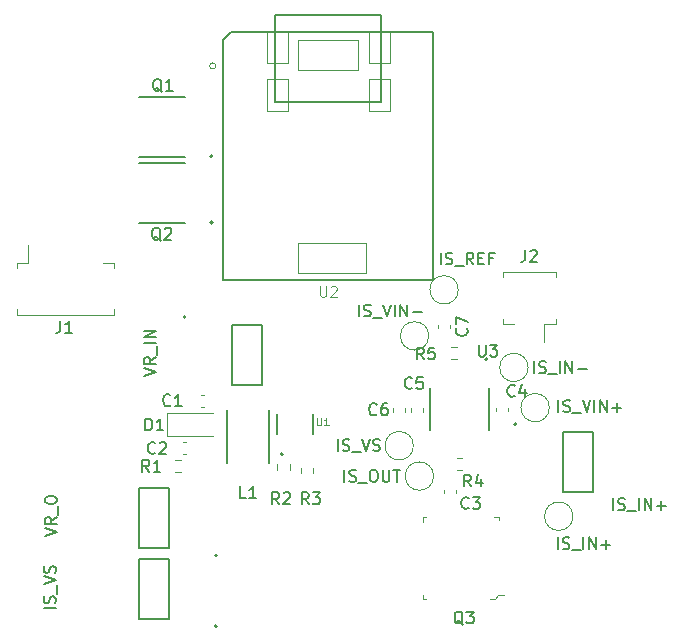
<source format=gbr>
G04 #@! TF.GenerationSoftware,KiCad,Pcbnew,5.1.5+dfsg1-2build2*
G04 #@! TF.CreationDate,2021-03-18T18:12:21+09:00*
G04 #@! TF.ProjectId,puck,7075636b-2e6b-4696-9361-645f70636258,rev?*
G04 #@! TF.SameCoordinates,Original*
G04 #@! TF.FileFunction,Legend,Top*
G04 #@! TF.FilePolarity,Positive*
%FSLAX46Y46*%
G04 Gerber Fmt 4.6, Leading zero omitted, Abs format (unit mm)*
G04 Created by KiCad (PCBNEW 5.1.5+dfsg1-2build2) date 2021-03-18 18:12:21*
%MOMM*%
%LPD*%
G04 APERTURE LIST*
%ADD10C,0.150000*%
%ADD11C,0.200000*%
%ADD12C,0.127000*%
%ADD13C,0.120000*%
%ADD14C,0.160000*%
%ADD15C,0.066040*%
%ADD16C,0.100000*%
%ADD17C,0.015000*%
%ADD18C,0.101600*%
G04 APERTURE END LIST*
D10*
X131661904Y-107852380D02*
X131661904Y-106852380D01*
X132090476Y-107804761D02*
X132233333Y-107852380D01*
X132471428Y-107852380D01*
X132566666Y-107804761D01*
X132614285Y-107757142D01*
X132661904Y-107661904D01*
X132661904Y-107566666D01*
X132614285Y-107471428D01*
X132566666Y-107423809D01*
X132471428Y-107376190D01*
X132280952Y-107328571D01*
X132185714Y-107280952D01*
X132138095Y-107233333D01*
X132090476Y-107138095D01*
X132090476Y-107042857D01*
X132138095Y-106947619D01*
X132185714Y-106900000D01*
X132280952Y-106852380D01*
X132519047Y-106852380D01*
X132661904Y-106900000D01*
X132852380Y-107947619D02*
X133614285Y-107947619D01*
X134423809Y-107852380D02*
X134090476Y-107376190D01*
X133852380Y-107852380D02*
X133852380Y-106852380D01*
X134233333Y-106852380D01*
X134328571Y-106900000D01*
X134376190Y-106947619D01*
X134423809Y-107042857D01*
X134423809Y-107185714D01*
X134376190Y-107280952D01*
X134328571Y-107328571D01*
X134233333Y-107376190D01*
X133852380Y-107376190D01*
X134852380Y-107328571D02*
X135185714Y-107328571D01*
X135328571Y-107852380D02*
X134852380Y-107852380D01*
X134852380Y-106852380D01*
X135328571Y-106852380D01*
X136090476Y-107328571D02*
X135757142Y-107328571D01*
X135757142Y-107852380D02*
X135757142Y-106852380D01*
X136233333Y-106852380D01*
X122938095Y-123652380D02*
X122938095Y-122652380D01*
X123366666Y-123604761D02*
X123509523Y-123652380D01*
X123747619Y-123652380D01*
X123842857Y-123604761D01*
X123890476Y-123557142D01*
X123938095Y-123461904D01*
X123938095Y-123366666D01*
X123890476Y-123271428D01*
X123842857Y-123223809D01*
X123747619Y-123176190D01*
X123557142Y-123128571D01*
X123461904Y-123080952D01*
X123414285Y-123033333D01*
X123366666Y-122938095D01*
X123366666Y-122842857D01*
X123414285Y-122747619D01*
X123461904Y-122700000D01*
X123557142Y-122652380D01*
X123795238Y-122652380D01*
X123938095Y-122700000D01*
X124128571Y-123747619D02*
X124890476Y-123747619D01*
X124985714Y-122652380D02*
X125319047Y-123652380D01*
X125652380Y-122652380D01*
X125938095Y-123604761D02*
X126080952Y-123652380D01*
X126319047Y-123652380D01*
X126414285Y-123604761D01*
X126461904Y-123557142D01*
X126509523Y-123461904D01*
X126509523Y-123366666D01*
X126461904Y-123271428D01*
X126414285Y-123223809D01*
X126319047Y-123176190D01*
X126128571Y-123128571D01*
X126033333Y-123080952D01*
X125985714Y-123033333D01*
X125938095Y-122938095D01*
X125938095Y-122842857D01*
X125985714Y-122747619D01*
X126033333Y-122700000D01*
X126128571Y-122652380D01*
X126366666Y-122652380D01*
X126509523Y-122700000D01*
X123514285Y-126252380D02*
X123514285Y-125252380D01*
X123942857Y-126204761D02*
X124085714Y-126252380D01*
X124323809Y-126252380D01*
X124419047Y-126204761D01*
X124466666Y-126157142D01*
X124514285Y-126061904D01*
X124514285Y-125966666D01*
X124466666Y-125871428D01*
X124419047Y-125823809D01*
X124323809Y-125776190D01*
X124133333Y-125728571D01*
X124038095Y-125680952D01*
X123990476Y-125633333D01*
X123942857Y-125538095D01*
X123942857Y-125442857D01*
X123990476Y-125347619D01*
X124038095Y-125300000D01*
X124133333Y-125252380D01*
X124371428Y-125252380D01*
X124514285Y-125300000D01*
X124704761Y-126347619D02*
X125466666Y-126347619D01*
X125895238Y-125252380D02*
X126085714Y-125252380D01*
X126180952Y-125300000D01*
X126276190Y-125395238D01*
X126323809Y-125585714D01*
X126323809Y-125919047D01*
X126276190Y-126109523D01*
X126180952Y-126204761D01*
X126085714Y-126252380D01*
X125895238Y-126252380D01*
X125800000Y-126204761D01*
X125704761Y-126109523D01*
X125657142Y-125919047D01*
X125657142Y-125585714D01*
X125704761Y-125395238D01*
X125800000Y-125300000D01*
X125895238Y-125252380D01*
X126752380Y-125252380D02*
X126752380Y-126061904D01*
X126800000Y-126157142D01*
X126847619Y-126204761D01*
X126942857Y-126252380D01*
X127133333Y-126252380D01*
X127228571Y-126204761D01*
X127276190Y-126157142D01*
X127323809Y-126061904D01*
X127323809Y-125252380D01*
X127657142Y-125252380D02*
X128228571Y-125252380D01*
X127942857Y-126252380D02*
X127942857Y-125252380D01*
X141561904Y-131952380D02*
X141561904Y-130952380D01*
X141990476Y-131904761D02*
X142133333Y-131952380D01*
X142371428Y-131952380D01*
X142466666Y-131904761D01*
X142514285Y-131857142D01*
X142561904Y-131761904D01*
X142561904Y-131666666D01*
X142514285Y-131571428D01*
X142466666Y-131523809D01*
X142371428Y-131476190D01*
X142180952Y-131428571D01*
X142085714Y-131380952D01*
X142038095Y-131333333D01*
X141990476Y-131238095D01*
X141990476Y-131142857D01*
X142038095Y-131047619D01*
X142085714Y-131000000D01*
X142180952Y-130952380D01*
X142419047Y-130952380D01*
X142561904Y-131000000D01*
X142752380Y-132047619D02*
X143514285Y-132047619D01*
X143752380Y-131952380D02*
X143752380Y-130952380D01*
X144228571Y-131952380D02*
X144228571Y-130952380D01*
X144800000Y-131952380D01*
X144800000Y-130952380D01*
X145276190Y-131571428D02*
X146038095Y-131571428D01*
X145657142Y-131952380D02*
X145657142Y-131190476D01*
X146261904Y-128652380D02*
X146261904Y-127652380D01*
X146690476Y-128604761D02*
X146833333Y-128652380D01*
X147071428Y-128652380D01*
X147166666Y-128604761D01*
X147214285Y-128557142D01*
X147261904Y-128461904D01*
X147261904Y-128366666D01*
X147214285Y-128271428D01*
X147166666Y-128223809D01*
X147071428Y-128176190D01*
X146880952Y-128128571D01*
X146785714Y-128080952D01*
X146738095Y-128033333D01*
X146690476Y-127938095D01*
X146690476Y-127842857D01*
X146738095Y-127747619D01*
X146785714Y-127700000D01*
X146880952Y-127652380D01*
X147119047Y-127652380D01*
X147261904Y-127700000D01*
X147452380Y-128747619D02*
X148214285Y-128747619D01*
X148452380Y-128652380D02*
X148452380Y-127652380D01*
X148928571Y-128652380D02*
X148928571Y-127652380D01*
X149500000Y-128652380D01*
X149500000Y-127652380D01*
X149976190Y-128271428D02*
X150738095Y-128271428D01*
X150357142Y-128652380D02*
X150357142Y-127890476D01*
X124733333Y-112252380D02*
X124733333Y-111252380D01*
X125161904Y-112204761D02*
X125304761Y-112252380D01*
X125542857Y-112252380D01*
X125638095Y-112204761D01*
X125685714Y-112157142D01*
X125733333Y-112061904D01*
X125733333Y-111966666D01*
X125685714Y-111871428D01*
X125638095Y-111823809D01*
X125542857Y-111776190D01*
X125352380Y-111728571D01*
X125257142Y-111680952D01*
X125209523Y-111633333D01*
X125161904Y-111538095D01*
X125161904Y-111442857D01*
X125209523Y-111347619D01*
X125257142Y-111300000D01*
X125352380Y-111252380D01*
X125590476Y-111252380D01*
X125733333Y-111300000D01*
X125923809Y-112347619D02*
X126685714Y-112347619D01*
X126780952Y-111252380D02*
X127114285Y-112252380D01*
X127447619Y-111252380D01*
X127780952Y-112252380D02*
X127780952Y-111252380D01*
X128257142Y-112252380D02*
X128257142Y-111252380D01*
X128828571Y-112252380D01*
X128828571Y-111252380D01*
X129304761Y-111871428D02*
X130066666Y-111871428D01*
X139561904Y-117052380D02*
X139561904Y-116052380D01*
X139990476Y-117004761D02*
X140133333Y-117052380D01*
X140371428Y-117052380D01*
X140466666Y-117004761D01*
X140514285Y-116957142D01*
X140561904Y-116861904D01*
X140561904Y-116766666D01*
X140514285Y-116671428D01*
X140466666Y-116623809D01*
X140371428Y-116576190D01*
X140180952Y-116528571D01*
X140085714Y-116480952D01*
X140038095Y-116433333D01*
X139990476Y-116338095D01*
X139990476Y-116242857D01*
X140038095Y-116147619D01*
X140085714Y-116100000D01*
X140180952Y-116052380D01*
X140419047Y-116052380D01*
X140561904Y-116100000D01*
X140752380Y-117147619D02*
X141514285Y-117147619D01*
X141752380Y-117052380D02*
X141752380Y-116052380D01*
X142228571Y-117052380D02*
X142228571Y-116052380D01*
X142800000Y-117052380D01*
X142800000Y-116052380D01*
X143276190Y-116671428D02*
X144038095Y-116671428D01*
X141633333Y-120352380D02*
X141633333Y-119352380D01*
X142061904Y-120304761D02*
X142204761Y-120352380D01*
X142442857Y-120352380D01*
X142538095Y-120304761D01*
X142585714Y-120257142D01*
X142633333Y-120161904D01*
X142633333Y-120066666D01*
X142585714Y-119971428D01*
X142538095Y-119923809D01*
X142442857Y-119876190D01*
X142252380Y-119828571D01*
X142157142Y-119780952D01*
X142109523Y-119733333D01*
X142061904Y-119638095D01*
X142061904Y-119542857D01*
X142109523Y-119447619D01*
X142157142Y-119400000D01*
X142252380Y-119352380D01*
X142490476Y-119352380D01*
X142633333Y-119400000D01*
X142823809Y-120447619D02*
X143585714Y-120447619D01*
X143680952Y-119352380D02*
X144014285Y-120352380D01*
X144347619Y-119352380D01*
X144680952Y-120352380D02*
X144680952Y-119352380D01*
X145157142Y-120352380D02*
X145157142Y-119352380D01*
X145728571Y-120352380D01*
X145728571Y-119352380D01*
X146204761Y-119971428D02*
X146966666Y-119971428D01*
X146585714Y-120352380D02*
X146585714Y-119590476D01*
X99052380Y-136961904D02*
X98052380Y-136961904D01*
X99004761Y-136533333D02*
X99052380Y-136390476D01*
X99052380Y-136152380D01*
X99004761Y-136057142D01*
X98957142Y-136009523D01*
X98861904Y-135961904D01*
X98766666Y-135961904D01*
X98671428Y-136009523D01*
X98623809Y-136057142D01*
X98576190Y-136152380D01*
X98528571Y-136342857D01*
X98480952Y-136438095D01*
X98433333Y-136485714D01*
X98338095Y-136533333D01*
X98242857Y-136533333D01*
X98147619Y-136485714D01*
X98100000Y-136438095D01*
X98052380Y-136342857D01*
X98052380Y-136104761D01*
X98100000Y-135961904D01*
X99147619Y-135771428D02*
X99147619Y-135009523D01*
X98052380Y-134914285D02*
X99052380Y-134580952D01*
X98052380Y-134247619D01*
X99004761Y-133961904D02*
X99052380Y-133819047D01*
X99052380Y-133580952D01*
X99004761Y-133485714D01*
X98957142Y-133438095D01*
X98861904Y-133390476D01*
X98766666Y-133390476D01*
X98671428Y-133438095D01*
X98623809Y-133485714D01*
X98576190Y-133580952D01*
X98528571Y-133771428D01*
X98480952Y-133866666D01*
X98433333Y-133914285D01*
X98338095Y-133961904D01*
X98242857Y-133961904D01*
X98147619Y-133914285D01*
X98100000Y-133866666D01*
X98052380Y-133771428D01*
X98052380Y-133533333D01*
X98100000Y-133390476D01*
X98152380Y-130838095D02*
X99152380Y-130504761D01*
X98152380Y-130171428D01*
X99152380Y-129266666D02*
X98676190Y-129600000D01*
X99152380Y-129838095D02*
X98152380Y-129838095D01*
X98152380Y-129457142D01*
X98200000Y-129361904D01*
X98247619Y-129314285D01*
X98342857Y-129266666D01*
X98485714Y-129266666D01*
X98580952Y-129314285D01*
X98628571Y-129361904D01*
X98676190Y-129457142D01*
X98676190Y-129838095D01*
X99247619Y-129076190D02*
X99247619Y-128314285D01*
X98152380Y-127885714D02*
X98152380Y-127695238D01*
X98200000Y-127600000D01*
X98295238Y-127504761D01*
X98485714Y-127457142D01*
X98819047Y-127457142D01*
X99009523Y-127504761D01*
X99104761Y-127600000D01*
X99152380Y-127695238D01*
X99152380Y-127885714D01*
X99104761Y-127980952D01*
X99009523Y-128076190D01*
X98819047Y-128123809D01*
X98485714Y-128123809D01*
X98295238Y-128076190D01*
X98200000Y-127980952D01*
X98152380Y-127885714D01*
D11*
X112355000Y-104295000D02*
G75*
G03X112355000Y-104295000I-100000J0D01*
G01*
D12*
X109975000Y-104320000D02*
X106125000Y-104320000D01*
X109975000Y-99280000D02*
X106125000Y-99280000D01*
D11*
X112355000Y-98695000D02*
G75*
G03X112355000Y-98695000I-100000J0D01*
G01*
D12*
X109975000Y-98720000D02*
X106125000Y-98720000D01*
X109975000Y-93680000D02*
X106125000Y-93680000D01*
D13*
X131058518Y-125774728D02*
G75*
G03X131058518Y-125774728I-1200000J0D01*
G01*
X130650000Y-113900000D02*
G75*
G03X130650000Y-113900000I-1200000J0D01*
G01*
X139058518Y-116574728D02*
G75*
G03X139058518Y-116574728I-1200000J0D01*
G01*
X129350000Y-123200000D02*
G75*
G03X129350000Y-123200000I-1200000J0D01*
G01*
X142858518Y-129174728D02*
G75*
G03X142858518Y-129174728I-1200000J0D01*
G01*
X140858517Y-119974728D02*
G75*
G03X140858517Y-119974728I-1200000J0D01*
G01*
X133150000Y-110000000D02*
G75*
G03X133150000Y-110000000I-1200000J0D01*
G01*
D11*
X135633518Y-115884729D02*
G75*
G03X135633518Y-115884729I-100000J0D01*
G01*
D12*
X135758518Y-118309729D02*
X135758518Y-121839729D01*
X130758518Y-121839729D02*
X130758518Y-118309729D01*
D11*
X118308000Y-123935000D02*
G75*
G03X118308000Y-123935000I-100000J0D01*
G01*
D12*
X117780000Y-122250000D02*
X117780000Y-120550000D01*
X120820000Y-122250000D02*
X120820000Y-120550000D01*
D13*
X133012258Y-114852228D02*
X132537742Y-114852228D01*
X133012258Y-115897228D02*
X132537742Y-115897228D01*
X133021260Y-125297229D02*
X133495776Y-125297229D01*
X133021260Y-124252229D02*
X133495776Y-124252229D01*
X132460000Y-113240580D02*
X132460000Y-112959420D01*
X131440000Y-113240580D02*
X131440000Y-112959420D01*
X137368518Y-120290308D02*
X137368518Y-120009148D01*
X136348518Y-120290308D02*
X136348518Y-120009148D01*
X131940000Y-126934420D02*
X131940000Y-127215580D01*
X132960000Y-126934420D02*
X132960000Y-127215580D01*
D11*
X110070000Y-112310000D02*
G75*
G03X110070000Y-112310000I-100000J0D01*
G01*
X113980000Y-118040000D02*
X113980000Y-112960000D01*
X116520000Y-118040000D02*
X116520000Y-112960000D01*
X116520000Y-118040000D02*
X113980000Y-118040000D01*
X113980000Y-112960000D02*
X116520000Y-112960000D01*
X112730000Y-138490000D02*
G75*
G03X112730000Y-138490000I-100000J0D01*
G01*
X108620000Y-132760000D02*
X108620000Y-137840000D01*
X106080000Y-132760000D02*
X106080000Y-137840000D01*
X106080000Y-132760000D02*
X108620000Y-132760000D01*
X108620000Y-137840000D02*
X106080000Y-137840000D01*
X141988518Y-122034728D02*
X144528518Y-122034728D01*
X144528518Y-127114728D02*
X141988518Y-127114728D01*
X144528518Y-127114728D02*
X144528518Y-122034728D01*
X141988518Y-127114728D02*
X141988518Y-122034728D01*
X138078518Y-121384728D02*
G75*
G03X138078518Y-121384728I-100000J0D01*
G01*
X112730000Y-132490000D02*
G75*
G03X112730000Y-132490000I-100000J0D01*
G01*
X108620000Y-126760000D02*
X108620000Y-131840000D01*
X106080000Y-126760000D02*
X106080000Y-131840000D01*
X106080000Y-126760000D02*
X108620000Y-126760000D01*
X108620000Y-131840000D02*
X106080000Y-131840000D01*
D14*
X113550000Y-120150000D02*
X113550000Y-124650000D01*
X117150000Y-120150000D02*
X117150000Y-124650000D01*
D15*
X119600000Y-91420000D02*
X124680000Y-91420000D01*
X124680000Y-91420000D02*
X124680000Y-88880000D01*
X119600000Y-88880000D02*
X124680000Y-88880000D01*
X119600000Y-91420000D02*
X119600000Y-88880000D01*
X119600000Y-108565000D02*
X125315000Y-108565000D01*
X125315000Y-108565000D02*
X125315000Y-106025000D01*
X119600000Y-106025000D02*
X125315000Y-106025000D01*
X119600000Y-108565000D02*
X119600000Y-106025000D01*
X116933000Y-90785000D02*
X118711000Y-90785000D01*
X118711000Y-90785000D02*
X118711000Y-88118000D01*
X116933000Y-88118000D02*
X118711000Y-88118000D01*
X116933000Y-90785000D02*
X116933000Y-88118000D01*
X116933000Y-94851540D02*
X118711000Y-94851540D01*
X118711000Y-94851540D02*
X118711000Y-92182000D01*
X116933000Y-92182000D02*
X118711000Y-92182000D01*
X116933000Y-94851540D02*
X116933000Y-92182000D01*
X125569000Y-94851540D02*
X127347000Y-94851540D01*
X127347000Y-94851540D02*
X127347000Y-92182000D01*
X125569000Y-92182000D02*
X127347000Y-92182000D01*
X125569000Y-94851540D02*
X125569000Y-92182000D01*
X125569000Y-90785000D02*
X127347000Y-90785000D01*
X127347000Y-90785000D02*
X127347000Y-88118000D01*
X125569000Y-88118000D02*
X127347000Y-88118000D01*
X125569000Y-90785000D02*
X125569000Y-88118000D01*
D12*
X113250000Y-109200000D02*
X131047780Y-109200000D01*
X131047780Y-109200000D02*
X131047780Y-88201820D01*
X131047780Y-88201820D02*
X113920560Y-88201820D01*
X113920560Y-88201820D02*
X113250000Y-88872380D01*
X113250000Y-88872380D02*
X113250000Y-109200000D01*
X117649280Y-86776880D02*
X126643420Y-86776880D01*
X126643420Y-86776880D02*
X126643420Y-94130180D01*
X126643420Y-94130180D02*
X117644200Y-94130180D01*
X117644200Y-94130180D02*
X117644200Y-86776880D01*
D16*
X112615000Y-91039000D02*
G75*
G03X112615000Y-91039000I-254000J0D01*
G01*
D13*
X108450000Y-120400000D02*
X112350000Y-120400000D01*
X108450000Y-122400000D02*
X112350000Y-122400000D01*
X108450000Y-120400000D02*
X108450000Y-122400000D01*
X141385000Y-112460000D02*
X141385000Y-112910000D01*
X141385000Y-112910000D02*
X140435000Y-112910000D01*
X140435000Y-112910000D02*
X140435000Y-114400000D01*
X136915000Y-112460000D02*
X136915000Y-112910000D01*
X136915000Y-112910000D02*
X137865000Y-112910000D01*
X141385000Y-108940000D02*
X141385000Y-108490000D01*
X141385000Y-108490000D02*
X136915000Y-108490000D01*
X136915000Y-108490000D02*
X136915000Y-108940000D01*
X95790000Y-108140000D02*
X95790000Y-107690000D01*
X95790000Y-107690000D02*
X96740000Y-107690000D01*
X96740000Y-107690000D02*
X96740000Y-106200000D01*
X104010000Y-108140000D02*
X104010000Y-107690000D01*
X104010000Y-107690000D02*
X103060000Y-107690000D01*
X95790000Y-111660000D02*
X95790000Y-112110000D01*
X95790000Y-112110000D02*
X104010000Y-112110000D01*
X104010000Y-112110000D02*
X104010000Y-111660000D01*
X120872500Y-125539758D02*
X120872500Y-125065242D01*
X119827500Y-125539758D02*
X119827500Y-125065242D01*
X117827500Y-124760242D02*
X117827500Y-125234758D01*
X118872500Y-124760242D02*
X118872500Y-125234758D01*
X109210242Y-125422500D02*
X109684758Y-125422500D01*
X109210242Y-124377500D02*
X109684758Y-124377500D01*
X109846920Y-123910000D02*
X110128080Y-123910000D01*
X109846920Y-122890000D02*
X110128080Y-122890000D01*
X111628080Y-118890000D02*
X111346920Y-118890000D01*
X111628080Y-119910000D02*
X111346920Y-119910000D01*
X127640000Y-120034148D02*
X127640000Y-120315308D01*
X128660000Y-120034148D02*
X128660000Y-120315308D01*
X129148518Y-120034148D02*
X129148518Y-120315308D01*
X130168518Y-120034148D02*
X130168518Y-120315308D01*
D16*
X130140000Y-129230000D02*
X130140000Y-129630000D01*
X130440000Y-129230000D02*
X130140000Y-129230000D01*
X136560000Y-129230000D02*
X136560000Y-129530000D01*
X136160000Y-129230000D02*
X136560000Y-129230000D01*
X136220000Y-136170000D02*
X136520000Y-135860000D01*
X135840000Y-136170000D02*
X136220000Y-136170000D01*
X130140000Y-136170000D02*
X130440000Y-136170000D01*
X130140000Y-135870000D02*
X130140000Y-136170000D01*
X136520000Y-135860000D02*
X137020000Y-135860000D01*
D10*
X107954761Y-105847619D02*
X107859523Y-105800000D01*
X107764285Y-105704761D01*
X107621428Y-105561904D01*
X107526190Y-105514285D01*
X107430952Y-105514285D01*
X107478571Y-105752380D02*
X107383333Y-105704761D01*
X107288095Y-105609523D01*
X107240476Y-105419047D01*
X107240476Y-105085714D01*
X107288095Y-104895238D01*
X107383333Y-104800000D01*
X107478571Y-104752380D01*
X107669047Y-104752380D01*
X107764285Y-104800000D01*
X107859523Y-104895238D01*
X107907142Y-105085714D01*
X107907142Y-105419047D01*
X107859523Y-105609523D01*
X107764285Y-105704761D01*
X107669047Y-105752380D01*
X107478571Y-105752380D01*
X108288095Y-104847619D02*
X108335714Y-104800000D01*
X108430952Y-104752380D01*
X108669047Y-104752380D01*
X108764285Y-104800000D01*
X108811904Y-104847619D01*
X108859523Y-104942857D01*
X108859523Y-105038095D01*
X108811904Y-105180952D01*
X108240476Y-105752380D01*
X108859523Y-105752380D01*
X108054761Y-93247619D02*
X107959523Y-93200000D01*
X107864285Y-93104761D01*
X107721428Y-92961904D01*
X107626190Y-92914285D01*
X107530952Y-92914285D01*
X107578571Y-93152380D02*
X107483333Y-93104761D01*
X107388095Y-93009523D01*
X107340476Y-92819047D01*
X107340476Y-92485714D01*
X107388095Y-92295238D01*
X107483333Y-92200000D01*
X107578571Y-92152380D01*
X107769047Y-92152380D01*
X107864285Y-92200000D01*
X107959523Y-92295238D01*
X108007142Y-92485714D01*
X108007142Y-92819047D01*
X107959523Y-93009523D01*
X107864285Y-93104761D01*
X107769047Y-93152380D01*
X107578571Y-93152380D01*
X108959523Y-93152380D02*
X108388095Y-93152380D01*
X108673809Y-93152380D02*
X108673809Y-92152380D01*
X108578571Y-92295238D01*
X108483333Y-92390476D01*
X108388095Y-92438095D01*
X134888095Y-114652380D02*
X134888095Y-115461904D01*
X134935714Y-115557142D01*
X134983333Y-115604761D01*
X135078571Y-115652380D01*
X135269047Y-115652380D01*
X135364285Y-115604761D01*
X135411904Y-115557142D01*
X135459523Y-115461904D01*
X135459523Y-114652380D01*
X135840476Y-114652380D02*
X136459523Y-114652380D01*
X136126190Y-115033333D01*
X136269047Y-115033333D01*
X136364285Y-115080952D01*
X136411904Y-115128571D01*
X136459523Y-115223809D01*
X136459523Y-115461904D01*
X136411904Y-115557142D01*
X136364285Y-115604761D01*
X136269047Y-115652380D01*
X135983333Y-115652380D01*
X135888095Y-115604761D01*
X135840476Y-115557142D01*
D17*
X121162380Y-120849523D02*
X121162380Y-121367619D01*
X121192857Y-121428571D01*
X121223333Y-121459047D01*
X121284285Y-121489523D01*
X121406190Y-121489523D01*
X121467142Y-121459047D01*
X121497619Y-121428571D01*
X121528095Y-121367619D01*
X121528095Y-120849523D01*
X122168095Y-121489523D02*
X121802380Y-121489523D01*
X121985238Y-121489523D02*
X121985238Y-120849523D01*
X121924285Y-120940952D01*
X121863333Y-121001904D01*
X121802380Y-121032380D01*
D10*
X130233333Y-115902380D02*
X129900000Y-115426190D01*
X129661904Y-115902380D02*
X129661904Y-114902380D01*
X130042857Y-114902380D01*
X130138095Y-114950000D01*
X130185714Y-114997619D01*
X130233333Y-115092857D01*
X130233333Y-115235714D01*
X130185714Y-115330952D01*
X130138095Y-115378571D01*
X130042857Y-115426190D01*
X129661904Y-115426190D01*
X131138095Y-114902380D02*
X130661904Y-114902380D01*
X130614285Y-115378571D01*
X130661904Y-115330952D01*
X130757142Y-115283333D01*
X130995238Y-115283333D01*
X131090476Y-115330952D01*
X131138095Y-115378571D01*
X131185714Y-115473809D01*
X131185714Y-115711904D01*
X131138095Y-115807142D01*
X131090476Y-115854761D01*
X130995238Y-115902380D01*
X130757142Y-115902380D01*
X130661904Y-115854761D01*
X130614285Y-115807142D01*
X134233333Y-126652380D02*
X133900000Y-126176190D01*
X133661904Y-126652380D02*
X133661904Y-125652380D01*
X134042857Y-125652380D01*
X134138095Y-125700000D01*
X134185714Y-125747619D01*
X134233333Y-125842857D01*
X134233333Y-125985714D01*
X134185714Y-126080952D01*
X134138095Y-126128571D01*
X134042857Y-126176190D01*
X133661904Y-126176190D01*
X135090476Y-125985714D02*
X135090476Y-126652380D01*
X134852380Y-125604761D02*
X134614285Y-126319047D01*
X135233333Y-126319047D01*
X133857142Y-113266666D02*
X133904761Y-113314285D01*
X133952380Y-113457142D01*
X133952380Y-113552380D01*
X133904761Y-113695238D01*
X133809523Y-113790476D01*
X133714285Y-113838095D01*
X133523809Y-113885714D01*
X133380952Y-113885714D01*
X133190476Y-113838095D01*
X133095238Y-113790476D01*
X133000000Y-113695238D01*
X132952380Y-113552380D01*
X132952380Y-113457142D01*
X133000000Y-113314285D01*
X133047619Y-113266666D01*
X132952380Y-112933333D02*
X132952380Y-112266666D01*
X133952380Y-112695238D01*
X137933333Y-118957142D02*
X137885714Y-119004761D01*
X137742857Y-119052380D01*
X137647619Y-119052380D01*
X137504761Y-119004761D01*
X137409523Y-118909523D01*
X137361904Y-118814285D01*
X137314285Y-118623809D01*
X137314285Y-118480952D01*
X137361904Y-118290476D01*
X137409523Y-118195238D01*
X137504761Y-118100000D01*
X137647619Y-118052380D01*
X137742857Y-118052380D01*
X137885714Y-118100000D01*
X137933333Y-118147619D01*
X138790476Y-118385714D02*
X138790476Y-119052380D01*
X138552380Y-118004761D02*
X138314285Y-118719047D01*
X138933333Y-118719047D01*
X134033333Y-128457142D02*
X133985714Y-128504761D01*
X133842857Y-128552380D01*
X133747619Y-128552380D01*
X133604761Y-128504761D01*
X133509523Y-128409523D01*
X133461904Y-128314285D01*
X133414285Y-128123809D01*
X133414285Y-127980952D01*
X133461904Y-127790476D01*
X133509523Y-127695238D01*
X133604761Y-127600000D01*
X133747619Y-127552380D01*
X133842857Y-127552380D01*
X133985714Y-127600000D01*
X134033333Y-127647619D01*
X134366666Y-127552380D02*
X134985714Y-127552380D01*
X134652380Y-127933333D01*
X134795238Y-127933333D01*
X134890476Y-127980952D01*
X134938095Y-128028571D01*
X134985714Y-128123809D01*
X134985714Y-128361904D01*
X134938095Y-128457142D01*
X134890476Y-128504761D01*
X134795238Y-128552380D01*
X134509523Y-128552380D01*
X134414285Y-128504761D01*
X134366666Y-128457142D01*
X106552380Y-117276190D02*
X107552380Y-116942857D01*
X106552380Y-116609523D01*
X107552380Y-115704761D02*
X107076190Y-116038095D01*
X107552380Y-116276190D02*
X106552380Y-116276190D01*
X106552380Y-115895238D01*
X106600000Y-115800000D01*
X106647619Y-115752380D01*
X106742857Y-115704761D01*
X106885714Y-115704761D01*
X106980952Y-115752380D01*
X107028571Y-115800000D01*
X107076190Y-115895238D01*
X107076190Y-116276190D01*
X107647619Y-115514285D02*
X107647619Y-114752380D01*
X107552380Y-114514285D02*
X106552380Y-114514285D01*
X107552380Y-114038095D02*
X106552380Y-114038095D01*
X107552380Y-113466666D01*
X106552380Y-113466666D01*
X115183333Y-127652380D02*
X114707142Y-127652380D01*
X114707142Y-126652380D01*
X116040476Y-127652380D02*
X115469047Y-127652380D01*
X115754761Y-127652380D02*
X115754761Y-126652380D01*
X115659523Y-126795238D01*
X115564285Y-126890476D01*
X115469047Y-126938095D01*
D18*
X121472666Y-109713166D02*
X121472666Y-110432833D01*
X121515000Y-110517500D01*
X121557333Y-110559833D01*
X121642000Y-110602166D01*
X121811333Y-110602166D01*
X121896000Y-110559833D01*
X121938333Y-110517500D01*
X121980666Y-110432833D01*
X121980666Y-109713166D01*
X122361666Y-109797833D02*
X122404000Y-109755500D01*
X122488666Y-109713166D01*
X122700333Y-109713166D01*
X122785000Y-109755500D01*
X122827333Y-109797833D01*
X122869666Y-109882500D01*
X122869666Y-109967166D01*
X122827333Y-110094166D01*
X122319333Y-110602166D01*
X122869666Y-110602166D01*
D10*
X106661904Y-121902380D02*
X106661904Y-120902380D01*
X106900000Y-120902380D01*
X107042857Y-120950000D01*
X107138095Y-121045238D01*
X107185714Y-121140476D01*
X107233333Y-121330952D01*
X107233333Y-121473809D01*
X107185714Y-121664285D01*
X107138095Y-121759523D01*
X107042857Y-121854761D01*
X106900000Y-121902380D01*
X106661904Y-121902380D01*
X108185714Y-121902380D02*
X107614285Y-121902380D01*
X107900000Y-121902380D02*
X107900000Y-120902380D01*
X107804761Y-121045238D01*
X107709523Y-121140476D01*
X107614285Y-121188095D01*
X138816666Y-106652380D02*
X138816666Y-107366666D01*
X138769047Y-107509523D01*
X138673809Y-107604761D01*
X138530952Y-107652380D01*
X138435714Y-107652380D01*
X139245238Y-106747619D02*
X139292857Y-106700000D01*
X139388095Y-106652380D01*
X139626190Y-106652380D01*
X139721428Y-106700000D01*
X139769047Y-106747619D01*
X139816666Y-106842857D01*
X139816666Y-106938095D01*
X139769047Y-107080952D01*
X139197619Y-107652380D01*
X139816666Y-107652380D01*
X99466666Y-112652380D02*
X99466666Y-113366666D01*
X99419047Y-113509523D01*
X99323809Y-113604761D01*
X99180952Y-113652380D01*
X99085714Y-113652380D01*
X100466666Y-113652380D02*
X99895238Y-113652380D01*
X100180952Y-113652380D02*
X100180952Y-112652380D01*
X100085714Y-112795238D01*
X99990476Y-112890476D01*
X99895238Y-112938095D01*
X120483333Y-128152380D02*
X120150000Y-127676190D01*
X119911904Y-128152380D02*
X119911904Y-127152380D01*
X120292857Y-127152380D01*
X120388095Y-127200000D01*
X120435714Y-127247619D01*
X120483333Y-127342857D01*
X120483333Y-127485714D01*
X120435714Y-127580952D01*
X120388095Y-127628571D01*
X120292857Y-127676190D01*
X119911904Y-127676190D01*
X120816666Y-127152380D02*
X121435714Y-127152380D01*
X121102380Y-127533333D01*
X121245238Y-127533333D01*
X121340476Y-127580952D01*
X121388095Y-127628571D01*
X121435714Y-127723809D01*
X121435714Y-127961904D01*
X121388095Y-128057142D01*
X121340476Y-128104761D01*
X121245238Y-128152380D01*
X120959523Y-128152380D01*
X120864285Y-128104761D01*
X120816666Y-128057142D01*
X117983333Y-128152380D02*
X117650000Y-127676190D01*
X117411904Y-128152380D02*
X117411904Y-127152380D01*
X117792857Y-127152380D01*
X117888095Y-127200000D01*
X117935714Y-127247619D01*
X117983333Y-127342857D01*
X117983333Y-127485714D01*
X117935714Y-127580952D01*
X117888095Y-127628571D01*
X117792857Y-127676190D01*
X117411904Y-127676190D01*
X118364285Y-127247619D02*
X118411904Y-127200000D01*
X118507142Y-127152380D01*
X118745238Y-127152380D01*
X118840476Y-127200000D01*
X118888095Y-127247619D01*
X118935714Y-127342857D01*
X118935714Y-127438095D01*
X118888095Y-127580952D01*
X118316666Y-128152380D01*
X118935714Y-128152380D01*
X106983333Y-125402380D02*
X106650000Y-124926190D01*
X106411904Y-125402380D02*
X106411904Y-124402380D01*
X106792857Y-124402380D01*
X106888095Y-124450000D01*
X106935714Y-124497619D01*
X106983333Y-124592857D01*
X106983333Y-124735714D01*
X106935714Y-124830952D01*
X106888095Y-124878571D01*
X106792857Y-124926190D01*
X106411904Y-124926190D01*
X107935714Y-125402380D02*
X107364285Y-125402380D01*
X107650000Y-125402380D02*
X107650000Y-124402380D01*
X107554761Y-124545238D01*
X107459523Y-124640476D01*
X107364285Y-124688095D01*
X107483333Y-123807142D02*
X107435714Y-123854761D01*
X107292857Y-123902380D01*
X107197619Y-123902380D01*
X107054761Y-123854761D01*
X106959523Y-123759523D01*
X106911904Y-123664285D01*
X106864285Y-123473809D01*
X106864285Y-123330952D01*
X106911904Y-123140476D01*
X106959523Y-123045238D01*
X107054761Y-122950000D01*
X107197619Y-122902380D01*
X107292857Y-122902380D01*
X107435714Y-122950000D01*
X107483333Y-122997619D01*
X107864285Y-122997619D02*
X107911904Y-122950000D01*
X108007142Y-122902380D01*
X108245238Y-122902380D01*
X108340476Y-122950000D01*
X108388095Y-122997619D01*
X108435714Y-123092857D01*
X108435714Y-123188095D01*
X108388095Y-123330952D01*
X107816666Y-123902380D01*
X108435714Y-123902380D01*
X108783333Y-119757142D02*
X108735714Y-119804761D01*
X108592857Y-119852380D01*
X108497619Y-119852380D01*
X108354761Y-119804761D01*
X108259523Y-119709523D01*
X108211904Y-119614285D01*
X108164285Y-119423809D01*
X108164285Y-119280952D01*
X108211904Y-119090476D01*
X108259523Y-118995238D01*
X108354761Y-118900000D01*
X108497619Y-118852380D01*
X108592857Y-118852380D01*
X108735714Y-118900000D01*
X108783333Y-118947619D01*
X109735714Y-119852380D02*
X109164285Y-119852380D01*
X109450000Y-119852380D02*
X109450000Y-118852380D01*
X109354761Y-118995238D01*
X109259523Y-119090476D01*
X109164285Y-119138095D01*
X126233333Y-120531870D02*
X126185714Y-120579489D01*
X126042857Y-120627108D01*
X125947619Y-120627108D01*
X125804761Y-120579489D01*
X125709523Y-120484251D01*
X125661904Y-120389013D01*
X125614285Y-120198537D01*
X125614285Y-120055680D01*
X125661904Y-119865204D01*
X125709523Y-119769966D01*
X125804761Y-119674728D01*
X125947619Y-119627108D01*
X126042857Y-119627108D01*
X126185714Y-119674728D01*
X126233333Y-119722347D01*
X127090476Y-119627108D02*
X126900000Y-119627108D01*
X126804761Y-119674728D01*
X126757142Y-119722347D01*
X126661904Y-119865204D01*
X126614285Y-120055680D01*
X126614285Y-120436632D01*
X126661904Y-120531870D01*
X126709523Y-120579489D01*
X126804761Y-120627108D01*
X126995238Y-120627108D01*
X127090476Y-120579489D01*
X127138095Y-120531870D01*
X127185714Y-120436632D01*
X127185714Y-120198537D01*
X127138095Y-120103299D01*
X127090476Y-120055680D01*
X126995238Y-120008061D01*
X126804761Y-120008061D01*
X126709523Y-120055680D01*
X126661904Y-120103299D01*
X126614285Y-120198537D01*
X129233333Y-118307142D02*
X129185714Y-118354761D01*
X129042857Y-118402380D01*
X128947619Y-118402380D01*
X128804761Y-118354761D01*
X128709523Y-118259523D01*
X128661904Y-118164285D01*
X128614285Y-117973809D01*
X128614285Y-117830952D01*
X128661904Y-117640476D01*
X128709523Y-117545238D01*
X128804761Y-117450000D01*
X128947619Y-117402380D01*
X129042857Y-117402380D01*
X129185714Y-117450000D01*
X129233333Y-117497619D01*
X130138095Y-117402380D02*
X129661904Y-117402380D01*
X129614285Y-117878571D01*
X129661904Y-117830952D01*
X129757142Y-117783333D01*
X129995238Y-117783333D01*
X130090476Y-117830952D01*
X130138095Y-117878571D01*
X130185714Y-117973809D01*
X130185714Y-118211904D01*
X130138095Y-118307142D01*
X130090476Y-118354761D01*
X129995238Y-118402380D01*
X129757142Y-118402380D01*
X129661904Y-118354761D01*
X129614285Y-118307142D01*
X133554761Y-138347619D02*
X133459523Y-138300000D01*
X133364285Y-138204761D01*
X133221428Y-138061904D01*
X133126190Y-138014285D01*
X133030952Y-138014285D01*
X133078571Y-138252380D02*
X132983333Y-138204761D01*
X132888095Y-138109523D01*
X132840476Y-137919047D01*
X132840476Y-137585714D01*
X132888095Y-137395238D01*
X132983333Y-137300000D01*
X133078571Y-137252380D01*
X133269047Y-137252380D01*
X133364285Y-137300000D01*
X133459523Y-137395238D01*
X133507142Y-137585714D01*
X133507142Y-137919047D01*
X133459523Y-138109523D01*
X133364285Y-138204761D01*
X133269047Y-138252380D01*
X133078571Y-138252380D01*
X133840476Y-137252380D02*
X134459523Y-137252380D01*
X134126190Y-137633333D01*
X134269047Y-137633333D01*
X134364285Y-137680952D01*
X134411904Y-137728571D01*
X134459523Y-137823809D01*
X134459523Y-138061904D01*
X134411904Y-138157142D01*
X134364285Y-138204761D01*
X134269047Y-138252380D01*
X133983333Y-138252380D01*
X133888095Y-138204761D01*
X133840476Y-138157142D01*
M02*

</source>
